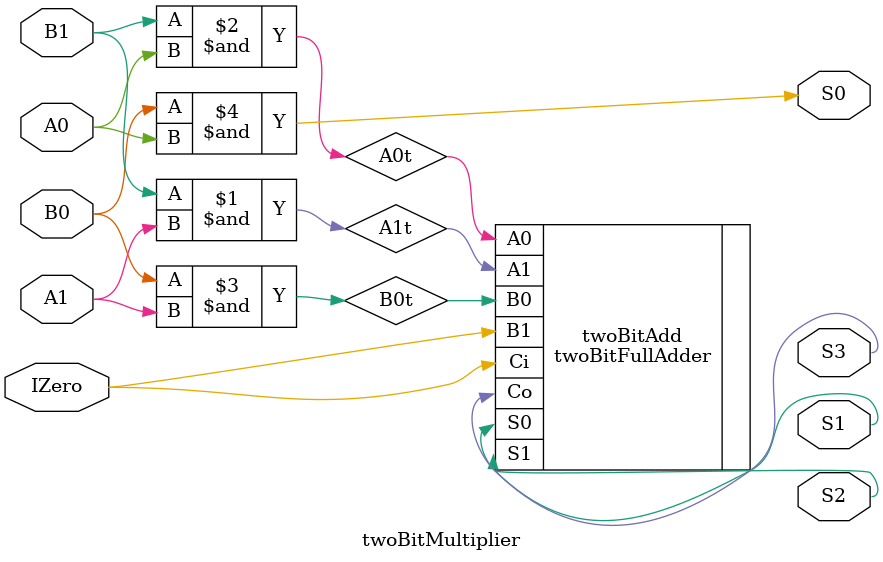
<source format=v>
module twoBitMultiplier (A0, A1, B0, B1, S0, S1, S2, S3, IZero);

input wire A0, A1, B0, B1, IZero;
output wire S0, S1, S2, S3;
wire A1t, A0t, B0t;
assign A1t = B1 & A1;
assign A0t = B1 & A0;
assign B0t = B0 & A1;
assign S0 = B0 & A0;

twoBitFullAdder twoBitAdd(
		.A0	(A0t),
		.A1	(A1t),
		.B0	(B0t),
		.B1	(IZero),
		.Ci   (IZero),
		.Co	(S3),
		.S0	(S1),
		.S1	(S2)
	);
	
	
endmodule
</source>
